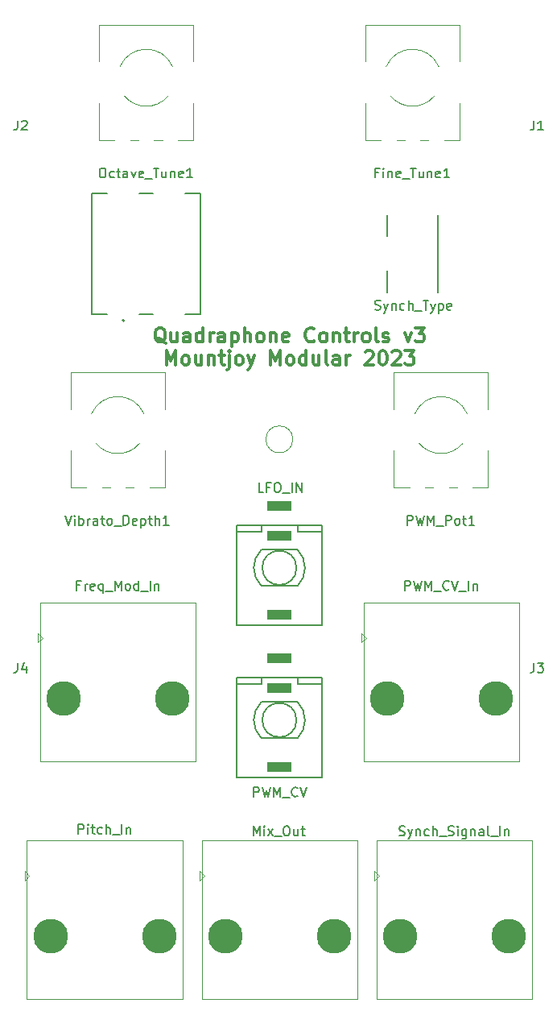
<source format=gbr>
%TF.GenerationSoftware,KiCad,Pcbnew,(6.0.11)*%
%TF.CreationDate,2023-03-29T16:05:19+01:00*%
%TF.ProjectId,Quadraphone_Controls,51756164-7261-4706-986f-6e655f436f6e,rev?*%
%TF.SameCoordinates,Original*%
%TF.FileFunction,Legend,Top*%
%TF.FilePolarity,Positive*%
%FSLAX46Y46*%
G04 Gerber Fmt 4.6, Leading zero omitted, Abs format (unit mm)*
G04 Created by KiCad (PCBNEW (6.0.11)) date 2023-03-29 16:05:19*
%MOMM*%
%LPD*%
G01*
G04 APERTURE LIST*
%ADD10C,0.150000*%
%ADD11C,0.300000*%
%ADD12C,0.120000*%
%ADD13C,0.127000*%
%ADD14C,0.200000*%
%ADD15C,3.650000*%
%ADD16R,2.500000X1.000000*%
G04 APERTURE END LIST*
D10*
X106766666Y-59502380D02*
X106766666Y-60216666D01*
X106719047Y-60359523D01*
X106623809Y-60454761D01*
X106480952Y-60502380D01*
X106385714Y-60502380D01*
X107766666Y-60502380D02*
X107195238Y-60502380D01*
X107480952Y-60502380D02*
X107480952Y-59502380D01*
X107385714Y-59645238D01*
X107290476Y-59740476D01*
X107195238Y-59788095D01*
D11*
X68028571Y-82913928D02*
X67885714Y-82842500D01*
X67742857Y-82699642D01*
X67528571Y-82485357D01*
X67385714Y-82413928D01*
X67242857Y-82413928D01*
X67314285Y-82771071D02*
X67171428Y-82699642D01*
X67028571Y-82556785D01*
X66957142Y-82271071D01*
X66957142Y-81771071D01*
X67028571Y-81485357D01*
X67171428Y-81342500D01*
X67314285Y-81271071D01*
X67600000Y-81271071D01*
X67742857Y-81342500D01*
X67885714Y-81485357D01*
X67957142Y-81771071D01*
X67957142Y-82271071D01*
X67885714Y-82556785D01*
X67742857Y-82699642D01*
X67600000Y-82771071D01*
X67314285Y-82771071D01*
X69242857Y-81771071D02*
X69242857Y-82771071D01*
X68600000Y-81771071D02*
X68600000Y-82556785D01*
X68671428Y-82699642D01*
X68814285Y-82771071D01*
X69028571Y-82771071D01*
X69171428Y-82699642D01*
X69242857Y-82628214D01*
X70600000Y-82771071D02*
X70600000Y-81985357D01*
X70528571Y-81842500D01*
X70385714Y-81771071D01*
X70100000Y-81771071D01*
X69957142Y-81842500D01*
X70600000Y-82699642D02*
X70457142Y-82771071D01*
X70100000Y-82771071D01*
X69957142Y-82699642D01*
X69885714Y-82556785D01*
X69885714Y-82413928D01*
X69957142Y-82271071D01*
X70100000Y-82199642D01*
X70457142Y-82199642D01*
X70600000Y-82128214D01*
X71957142Y-82771071D02*
X71957142Y-81271071D01*
X71957142Y-82699642D02*
X71814285Y-82771071D01*
X71528571Y-82771071D01*
X71385714Y-82699642D01*
X71314285Y-82628214D01*
X71242857Y-82485357D01*
X71242857Y-82056785D01*
X71314285Y-81913928D01*
X71385714Y-81842500D01*
X71528571Y-81771071D01*
X71814285Y-81771071D01*
X71957142Y-81842500D01*
X72671428Y-82771071D02*
X72671428Y-81771071D01*
X72671428Y-82056785D02*
X72742857Y-81913928D01*
X72814285Y-81842500D01*
X72957142Y-81771071D01*
X73100000Y-81771071D01*
X74242857Y-82771071D02*
X74242857Y-81985357D01*
X74171428Y-81842500D01*
X74028571Y-81771071D01*
X73742857Y-81771071D01*
X73600000Y-81842500D01*
X74242857Y-82699642D02*
X74100000Y-82771071D01*
X73742857Y-82771071D01*
X73600000Y-82699642D01*
X73528571Y-82556785D01*
X73528571Y-82413928D01*
X73600000Y-82271071D01*
X73742857Y-82199642D01*
X74100000Y-82199642D01*
X74242857Y-82128214D01*
X74957142Y-81771071D02*
X74957142Y-83271071D01*
X74957142Y-81842500D02*
X75100000Y-81771071D01*
X75385714Y-81771071D01*
X75528571Y-81842500D01*
X75600000Y-81913928D01*
X75671428Y-82056785D01*
X75671428Y-82485357D01*
X75600000Y-82628214D01*
X75528571Y-82699642D01*
X75385714Y-82771071D01*
X75100000Y-82771071D01*
X74957142Y-82699642D01*
X76314285Y-82771071D02*
X76314285Y-81271071D01*
X76957142Y-82771071D02*
X76957142Y-81985357D01*
X76885714Y-81842500D01*
X76742857Y-81771071D01*
X76528571Y-81771071D01*
X76385714Y-81842500D01*
X76314285Y-81913928D01*
X77885714Y-82771071D02*
X77742857Y-82699642D01*
X77671428Y-82628214D01*
X77600000Y-82485357D01*
X77600000Y-82056785D01*
X77671428Y-81913928D01*
X77742857Y-81842500D01*
X77885714Y-81771071D01*
X78100000Y-81771071D01*
X78242857Y-81842500D01*
X78314285Y-81913928D01*
X78385714Y-82056785D01*
X78385714Y-82485357D01*
X78314285Y-82628214D01*
X78242857Y-82699642D01*
X78100000Y-82771071D01*
X77885714Y-82771071D01*
X79028571Y-81771071D02*
X79028571Y-82771071D01*
X79028571Y-81913928D02*
X79100000Y-81842500D01*
X79242857Y-81771071D01*
X79457142Y-81771071D01*
X79600000Y-81842500D01*
X79671428Y-81985357D01*
X79671428Y-82771071D01*
X80957142Y-82699642D02*
X80814285Y-82771071D01*
X80528571Y-82771071D01*
X80385714Y-82699642D01*
X80314285Y-82556785D01*
X80314285Y-81985357D01*
X80385714Y-81842500D01*
X80528571Y-81771071D01*
X80814285Y-81771071D01*
X80957142Y-81842500D01*
X81028571Y-81985357D01*
X81028571Y-82128214D01*
X80314285Y-82271071D01*
X83671428Y-82628214D02*
X83600000Y-82699642D01*
X83385714Y-82771071D01*
X83242857Y-82771071D01*
X83028571Y-82699642D01*
X82885714Y-82556785D01*
X82814285Y-82413928D01*
X82742857Y-82128214D01*
X82742857Y-81913928D01*
X82814285Y-81628214D01*
X82885714Y-81485357D01*
X83028571Y-81342500D01*
X83242857Y-81271071D01*
X83385714Y-81271071D01*
X83600000Y-81342500D01*
X83671428Y-81413928D01*
X84528571Y-82771071D02*
X84385714Y-82699642D01*
X84314285Y-82628214D01*
X84242857Y-82485357D01*
X84242857Y-82056785D01*
X84314285Y-81913928D01*
X84385714Y-81842500D01*
X84528571Y-81771071D01*
X84742857Y-81771071D01*
X84885714Y-81842500D01*
X84957142Y-81913928D01*
X85028571Y-82056785D01*
X85028571Y-82485357D01*
X84957142Y-82628214D01*
X84885714Y-82699642D01*
X84742857Y-82771071D01*
X84528571Y-82771071D01*
X85671428Y-81771071D02*
X85671428Y-82771071D01*
X85671428Y-81913928D02*
X85742857Y-81842500D01*
X85885714Y-81771071D01*
X86100000Y-81771071D01*
X86242857Y-81842500D01*
X86314285Y-81985357D01*
X86314285Y-82771071D01*
X86814285Y-81771071D02*
X87385714Y-81771071D01*
X87028571Y-81271071D02*
X87028571Y-82556785D01*
X87100000Y-82699642D01*
X87242857Y-82771071D01*
X87385714Y-82771071D01*
X87885714Y-82771071D02*
X87885714Y-81771071D01*
X87885714Y-82056785D02*
X87957142Y-81913928D01*
X88028571Y-81842500D01*
X88171428Y-81771071D01*
X88314285Y-81771071D01*
X89028571Y-82771071D02*
X88885714Y-82699642D01*
X88814285Y-82628214D01*
X88742857Y-82485357D01*
X88742857Y-82056785D01*
X88814285Y-81913928D01*
X88885714Y-81842500D01*
X89028571Y-81771071D01*
X89242857Y-81771071D01*
X89385714Y-81842500D01*
X89457142Y-81913928D01*
X89528571Y-82056785D01*
X89528571Y-82485357D01*
X89457142Y-82628214D01*
X89385714Y-82699642D01*
X89242857Y-82771071D01*
X89028571Y-82771071D01*
X90385714Y-82771071D02*
X90242857Y-82699642D01*
X90171428Y-82556785D01*
X90171428Y-81271071D01*
X90885714Y-82699642D02*
X91028571Y-82771071D01*
X91314285Y-82771071D01*
X91457142Y-82699642D01*
X91528571Y-82556785D01*
X91528571Y-82485357D01*
X91457142Y-82342500D01*
X91314285Y-82271071D01*
X91100000Y-82271071D01*
X90957142Y-82199642D01*
X90885714Y-82056785D01*
X90885714Y-81985357D01*
X90957142Y-81842500D01*
X91100000Y-81771071D01*
X91314285Y-81771071D01*
X91457142Y-81842500D01*
X93171428Y-81771071D02*
X93528571Y-82771071D01*
X93885714Y-81771071D01*
X94314285Y-81271071D02*
X95242857Y-81271071D01*
X94742857Y-81842500D01*
X94957142Y-81842500D01*
X95100000Y-81913928D01*
X95171428Y-81985357D01*
X95242857Y-82128214D01*
X95242857Y-82485357D01*
X95171428Y-82628214D01*
X95100000Y-82699642D01*
X94957142Y-82771071D01*
X94528571Y-82771071D01*
X94385714Y-82699642D01*
X94314285Y-82628214D01*
X68099999Y-85186071D02*
X68099999Y-83686071D01*
X68599999Y-84757500D01*
X69099999Y-83686071D01*
X69099999Y-85186071D01*
X70028571Y-85186071D02*
X69885714Y-85114642D01*
X69814285Y-85043214D01*
X69742857Y-84900357D01*
X69742857Y-84471785D01*
X69814285Y-84328928D01*
X69885714Y-84257500D01*
X70028571Y-84186071D01*
X70242857Y-84186071D01*
X70385714Y-84257500D01*
X70457142Y-84328928D01*
X70528571Y-84471785D01*
X70528571Y-84900357D01*
X70457142Y-85043214D01*
X70385714Y-85114642D01*
X70242857Y-85186071D01*
X70028571Y-85186071D01*
X71814285Y-84186071D02*
X71814285Y-85186071D01*
X71171428Y-84186071D02*
X71171428Y-84971785D01*
X71242857Y-85114642D01*
X71385714Y-85186071D01*
X71599999Y-85186071D01*
X71742857Y-85114642D01*
X71814285Y-85043214D01*
X72528571Y-84186071D02*
X72528571Y-85186071D01*
X72528571Y-84328928D02*
X72599999Y-84257500D01*
X72742857Y-84186071D01*
X72957142Y-84186071D01*
X73099999Y-84257500D01*
X73171428Y-84400357D01*
X73171428Y-85186071D01*
X73671428Y-84186071D02*
X74242857Y-84186071D01*
X73885714Y-83686071D02*
X73885714Y-84971785D01*
X73957142Y-85114642D01*
X74099999Y-85186071D01*
X74242857Y-85186071D01*
X74742857Y-84186071D02*
X74742857Y-85471785D01*
X74671428Y-85614642D01*
X74528571Y-85686071D01*
X74457142Y-85686071D01*
X74742857Y-83686071D02*
X74671428Y-83757500D01*
X74742857Y-83828928D01*
X74814285Y-83757500D01*
X74742857Y-83686071D01*
X74742857Y-83828928D01*
X75671428Y-85186071D02*
X75528571Y-85114642D01*
X75457142Y-85043214D01*
X75385714Y-84900357D01*
X75385714Y-84471785D01*
X75457142Y-84328928D01*
X75528571Y-84257500D01*
X75671428Y-84186071D01*
X75885714Y-84186071D01*
X76028571Y-84257500D01*
X76099999Y-84328928D01*
X76171428Y-84471785D01*
X76171428Y-84900357D01*
X76099999Y-85043214D01*
X76028571Y-85114642D01*
X75885714Y-85186071D01*
X75671428Y-85186071D01*
X76671428Y-84186071D02*
X77028571Y-85186071D01*
X77385714Y-84186071D02*
X77028571Y-85186071D01*
X76885714Y-85543214D01*
X76814285Y-85614642D01*
X76671428Y-85686071D01*
X79099999Y-85186071D02*
X79099999Y-83686071D01*
X79599999Y-84757500D01*
X80099999Y-83686071D01*
X80099999Y-85186071D01*
X81028571Y-85186071D02*
X80885714Y-85114642D01*
X80814285Y-85043214D01*
X80742857Y-84900357D01*
X80742857Y-84471785D01*
X80814285Y-84328928D01*
X80885714Y-84257500D01*
X81028571Y-84186071D01*
X81242857Y-84186071D01*
X81385714Y-84257500D01*
X81457142Y-84328928D01*
X81528571Y-84471785D01*
X81528571Y-84900357D01*
X81457142Y-85043214D01*
X81385714Y-85114642D01*
X81242857Y-85186071D01*
X81028571Y-85186071D01*
X82814285Y-85186071D02*
X82814285Y-83686071D01*
X82814285Y-85114642D02*
X82671428Y-85186071D01*
X82385714Y-85186071D01*
X82242857Y-85114642D01*
X82171428Y-85043214D01*
X82099999Y-84900357D01*
X82099999Y-84471785D01*
X82171428Y-84328928D01*
X82242857Y-84257500D01*
X82385714Y-84186071D01*
X82671428Y-84186071D01*
X82814285Y-84257500D01*
X84171428Y-84186071D02*
X84171428Y-85186071D01*
X83528571Y-84186071D02*
X83528571Y-84971785D01*
X83599999Y-85114642D01*
X83742857Y-85186071D01*
X83957142Y-85186071D01*
X84099999Y-85114642D01*
X84171428Y-85043214D01*
X85099999Y-85186071D02*
X84957142Y-85114642D01*
X84885714Y-84971785D01*
X84885714Y-83686071D01*
X86314285Y-85186071D02*
X86314285Y-84400357D01*
X86242857Y-84257500D01*
X86100000Y-84186071D01*
X85814285Y-84186071D01*
X85671428Y-84257500D01*
X86314285Y-85114642D02*
X86171428Y-85186071D01*
X85814285Y-85186071D01*
X85671428Y-85114642D01*
X85600000Y-84971785D01*
X85600000Y-84828928D01*
X85671428Y-84686071D01*
X85814285Y-84614642D01*
X86171428Y-84614642D01*
X86314285Y-84543214D01*
X87028571Y-85186071D02*
X87028571Y-84186071D01*
X87028571Y-84471785D02*
X87100000Y-84328928D01*
X87171428Y-84257500D01*
X87314285Y-84186071D01*
X87457142Y-84186071D01*
X89028571Y-83828928D02*
X89100000Y-83757500D01*
X89242857Y-83686071D01*
X89600000Y-83686071D01*
X89742857Y-83757500D01*
X89814285Y-83828928D01*
X89885714Y-83971785D01*
X89885714Y-84114642D01*
X89814285Y-84328928D01*
X88957142Y-85186071D01*
X89885714Y-85186071D01*
X90814285Y-83686071D02*
X90957142Y-83686071D01*
X91100000Y-83757500D01*
X91171428Y-83828928D01*
X91242857Y-83971785D01*
X91314285Y-84257500D01*
X91314285Y-84614642D01*
X91242857Y-84900357D01*
X91171428Y-85043214D01*
X91100000Y-85114642D01*
X90957142Y-85186071D01*
X90814285Y-85186071D01*
X90671428Y-85114642D01*
X90600000Y-85043214D01*
X90528571Y-84900357D01*
X90457142Y-84614642D01*
X90457142Y-84257500D01*
X90528571Y-83971785D01*
X90600000Y-83828928D01*
X90671428Y-83757500D01*
X90814285Y-83686071D01*
X91885714Y-83828928D02*
X91957142Y-83757500D01*
X92100000Y-83686071D01*
X92457142Y-83686071D01*
X92600000Y-83757500D01*
X92671428Y-83828928D01*
X92742857Y-83971785D01*
X92742857Y-84114642D01*
X92671428Y-84328928D01*
X91814285Y-85186071D01*
X92742857Y-85186071D01*
X93242857Y-83686071D02*
X94171428Y-83686071D01*
X93671428Y-84257500D01*
X93885714Y-84257500D01*
X94028571Y-84328928D01*
X94100000Y-84400357D01*
X94171428Y-84543214D01*
X94171428Y-84900357D01*
X94100000Y-85043214D01*
X94028571Y-85114642D01*
X93885714Y-85186071D01*
X93457142Y-85186071D01*
X93314285Y-85114642D01*
X93242857Y-85043214D01*
D10*
X52466666Y-116502380D02*
X52466666Y-117216666D01*
X52419047Y-117359523D01*
X52323809Y-117454761D01*
X52180952Y-117502380D01*
X52085714Y-117502380D01*
X53371428Y-116835714D02*
X53371428Y-117502380D01*
X53133333Y-116454761D02*
X52895238Y-117169047D01*
X53514285Y-117169047D01*
X106766666Y-116502380D02*
X106766666Y-117216666D01*
X106719047Y-117359523D01*
X106623809Y-117454761D01*
X106480952Y-117502380D01*
X106385714Y-117502380D01*
X107147619Y-116502380D02*
X107766666Y-116502380D01*
X107433333Y-116883333D01*
X107576190Y-116883333D01*
X107671428Y-116930952D01*
X107719047Y-116978571D01*
X107766666Y-117073809D01*
X107766666Y-117311904D01*
X107719047Y-117407142D01*
X107671428Y-117454761D01*
X107576190Y-117502380D01*
X107290476Y-117502380D01*
X107195238Y-117454761D01*
X107147619Y-117407142D01*
X52466666Y-59502380D02*
X52466666Y-60216666D01*
X52419047Y-60359523D01*
X52323809Y-60454761D01*
X52180952Y-60502380D01*
X52085714Y-60502380D01*
X52895238Y-59597619D02*
X52942857Y-59550000D01*
X53038095Y-59502380D01*
X53276190Y-59502380D01*
X53371428Y-59550000D01*
X53419047Y-59597619D01*
X53466666Y-59692857D01*
X53466666Y-59788095D01*
X53419047Y-59930952D01*
X52847619Y-60502380D01*
X53466666Y-60502380D01*
%TO.C,J7*%
X93214285Y-108852380D02*
X93214285Y-107852380D01*
X93595238Y-107852380D01*
X93690476Y-107900000D01*
X93738095Y-107947619D01*
X93785714Y-108042857D01*
X93785714Y-108185714D01*
X93738095Y-108280952D01*
X93690476Y-108328571D01*
X93595238Y-108376190D01*
X93214285Y-108376190D01*
X94119047Y-107852380D02*
X94357142Y-108852380D01*
X94547619Y-108138095D01*
X94738095Y-108852380D01*
X94976190Y-107852380D01*
X95357142Y-108852380D02*
X95357142Y-107852380D01*
X95690476Y-108566666D01*
X96023809Y-107852380D01*
X96023809Y-108852380D01*
X96261904Y-108947619D02*
X97023809Y-108947619D01*
X97833333Y-108757142D02*
X97785714Y-108804761D01*
X97642857Y-108852380D01*
X97547619Y-108852380D01*
X97404761Y-108804761D01*
X97309523Y-108709523D01*
X97261904Y-108614285D01*
X97214285Y-108423809D01*
X97214285Y-108280952D01*
X97261904Y-108090476D01*
X97309523Y-107995238D01*
X97404761Y-107900000D01*
X97547619Y-107852380D01*
X97642857Y-107852380D01*
X97785714Y-107900000D01*
X97833333Y-107947619D01*
X98119047Y-107852380D02*
X98452380Y-108852380D01*
X98785714Y-107852380D01*
X98880952Y-108947619D02*
X99642857Y-108947619D01*
X99880952Y-108852380D02*
X99880952Y-107852380D01*
X100357142Y-108185714D02*
X100357142Y-108852380D01*
X100357142Y-108280952D02*
X100404761Y-108233333D01*
X100500000Y-108185714D01*
X100642857Y-108185714D01*
X100738095Y-108233333D01*
X100785714Y-108328571D01*
X100785714Y-108852380D01*
%TO.C,Fine_Tune1*%
X90412380Y-64968571D02*
X90079047Y-64968571D01*
X90079047Y-65492380D02*
X90079047Y-64492380D01*
X90555238Y-64492380D01*
X90936190Y-65492380D02*
X90936190Y-64825714D01*
X90936190Y-64492380D02*
X90888571Y-64540000D01*
X90936190Y-64587619D01*
X90983809Y-64540000D01*
X90936190Y-64492380D01*
X90936190Y-64587619D01*
X91412380Y-64825714D02*
X91412380Y-65492380D01*
X91412380Y-64920952D02*
X91460000Y-64873333D01*
X91555238Y-64825714D01*
X91698095Y-64825714D01*
X91793333Y-64873333D01*
X91840952Y-64968571D01*
X91840952Y-65492380D01*
X92698095Y-65444761D02*
X92602857Y-65492380D01*
X92412380Y-65492380D01*
X92317142Y-65444761D01*
X92269523Y-65349523D01*
X92269523Y-64968571D01*
X92317142Y-64873333D01*
X92412380Y-64825714D01*
X92602857Y-64825714D01*
X92698095Y-64873333D01*
X92745714Y-64968571D01*
X92745714Y-65063809D01*
X92269523Y-65159047D01*
X92936190Y-65587619D02*
X93698095Y-65587619D01*
X93793333Y-64492380D02*
X94364761Y-64492380D01*
X94079047Y-65492380D02*
X94079047Y-64492380D01*
X95126666Y-64825714D02*
X95126666Y-65492380D01*
X94698095Y-64825714D02*
X94698095Y-65349523D01*
X94745714Y-65444761D01*
X94840952Y-65492380D01*
X94983809Y-65492380D01*
X95079047Y-65444761D01*
X95126666Y-65397142D01*
X95602857Y-64825714D02*
X95602857Y-65492380D01*
X95602857Y-64920952D02*
X95650476Y-64873333D01*
X95745714Y-64825714D01*
X95888571Y-64825714D01*
X95983809Y-64873333D01*
X96031428Y-64968571D01*
X96031428Y-65492380D01*
X96888571Y-65444761D02*
X96793333Y-65492380D01*
X96602857Y-65492380D01*
X96507619Y-65444761D01*
X96460000Y-65349523D01*
X96460000Y-64968571D01*
X96507619Y-64873333D01*
X96602857Y-64825714D01*
X96793333Y-64825714D01*
X96888571Y-64873333D01*
X96936190Y-64968571D01*
X96936190Y-65063809D01*
X96460000Y-65159047D01*
X97888571Y-65492380D02*
X97317142Y-65492380D01*
X97602857Y-65492380D02*
X97602857Y-64492380D01*
X97507619Y-64635238D01*
X97412380Y-64730476D01*
X97317142Y-64778095D01*
%TO.C,J9*%
X59023809Y-108328571D02*
X58690476Y-108328571D01*
X58690476Y-108852380D02*
X58690476Y-107852380D01*
X59166666Y-107852380D01*
X59547619Y-108852380D02*
X59547619Y-108185714D01*
X59547619Y-108376190D02*
X59595238Y-108280952D01*
X59642857Y-108233333D01*
X59738095Y-108185714D01*
X59833333Y-108185714D01*
X60547619Y-108804761D02*
X60452380Y-108852380D01*
X60261904Y-108852380D01*
X60166666Y-108804761D01*
X60119047Y-108709523D01*
X60119047Y-108328571D01*
X60166666Y-108233333D01*
X60261904Y-108185714D01*
X60452380Y-108185714D01*
X60547619Y-108233333D01*
X60595238Y-108328571D01*
X60595238Y-108423809D01*
X60119047Y-108519047D01*
X61452380Y-108185714D02*
X61452380Y-109185714D01*
X61452380Y-108804761D02*
X61357142Y-108852380D01*
X61166666Y-108852380D01*
X61071428Y-108804761D01*
X61023809Y-108757142D01*
X60976190Y-108661904D01*
X60976190Y-108376190D01*
X61023809Y-108280952D01*
X61071428Y-108233333D01*
X61166666Y-108185714D01*
X61357142Y-108185714D01*
X61452380Y-108233333D01*
X61690476Y-108947619D02*
X62452380Y-108947619D01*
X62690476Y-108852380D02*
X62690476Y-107852380D01*
X63023809Y-108566666D01*
X63357142Y-107852380D01*
X63357142Y-108852380D01*
X63976190Y-108852380D02*
X63880952Y-108804761D01*
X63833333Y-108757142D01*
X63785714Y-108661904D01*
X63785714Y-108376190D01*
X63833333Y-108280952D01*
X63880952Y-108233333D01*
X63976190Y-108185714D01*
X64119047Y-108185714D01*
X64214285Y-108233333D01*
X64261904Y-108280952D01*
X64309523Y-108376190D01*
X64309523Y-108661904D01*
X64261904Y-108757142D01*
X64214285Y-108804761D01*
X64119047Y-108852380D01*
X63976190Y-108852380D01*
X65166666Y-108852380D02*
X65166666Y-107852380D01*
X65166666Y-108804761D02*
X65071428Y-108852380D01*
X64880952Y-108852380D01*
X64785714Y-108804761D01*
X64738095Y-108757142D01*
X64690476Y-108661904D01*
X64690476Y-108376190D01*
X64738095Y-108280952D01*
X64785714Y-108233333D01*
X64880952Y-108185714D01*
X65071428Y-108185714D01*
X65166666Y-108233333D01*
X65404761Y-108947619D02*
X66166666Y-108947619D01*
X66404761Y-108852380D02*
X66404761Y-107852380D01*
X66880952Y-108185714D02*
X66880952Y-108852380D01*
X66880952Y-108280952D02*
X66928571Y-108233333D01*
X67023809Y-108185714D01*
X67166666Y-108185714D01*
X67261904Y-108233333D01*
X67309523Y-108328571D01*
X67309523Y-108852380D01*
%TO.C,Octave_Tune1*%
X61317142Y-64492380D02*
X61507619Y-64492380D01*
X61602857Y-64540000D01*
X61698095Y-64635238D01*
X61745714Y-64825714D01*
X61745714Y-65159047D01*
X61698095Y-65349523D01*
X61602857Y-65444761D01*
X61507619Y-65492380D01*
X61317142Y-65492380D01*
X61221904Y-65444761D01*
X61126666Y-65349523D01*
X61079047Y-65159047D01*
X61079047Y-64825714D01*
X61126666Y-64635238D01*
X61221904Y-64540000D01*
X61317142Y-64492380D01*
X62602857Y-65444761D02*
X62507619Y-65492380D01*
X62317142Y-65492380D01*
X62221904Y-65444761D01*
X62174285Y-65397142D01*
X62126666Y-65301904D01*
X62126666Y-65016190D01*
X62174285Y-64920952D01*
X62221904Y-64873333D01*
X62317142Y-64825714D01*
X62507619Y-64825714D01*
X62602857Y-64873333D01*
X62888571Y-64825714D02*
X63269523Y-64825714D01*
X63031428Y-64492380D02*
X63031428Y-65349523D01*
X63079047Y-65444761D01*
X63174285Y-65492380D01*
X63269523Y-65492380D01*
X64031428Y-65492380D02*
X64031428Y-64968571D01*
X63983809Y-64873333D01*
X63888571Y-64825714D01*
X63698095Y-64825714D01*
X63602857Y-64873333D01*
X64031428Y-65444761D02*
X63936190Y-65492380D01*
X63698095Y-65492380D01*
X63602857Y-65444761D01*
X63555238Y-65349523D01*
X63555238Y-65254285D01*
X63602857Y-65159047D01*
X63698095Y-65111428D01*
X63936190Y-65111428D01*
X64031428Y-65063809D01*
X64412380Y-64825714D02*
X64650476Y-65492380D01*
X64888571Y-64825714D01*
X65650476Y-65444761D02*
X65555238Y-65492380D01*
X65364761Y-65492380D01*
X65269523Y-65444761D01*
X65221904Y-65349523D01*
X65221904Y-64968571D01*
X65269523Y-64873333D01*
X65364761Y-64825714D01*
X65555238Y-64825714D01*
X65650476Y-64873333D01*
X65698095Y-64968571D01*
X65698095Y-65063809D01*
X65221904Y-65159047D01*
X65888571Y-65587619D02*
X66650476Y-65587619D01*
X66745714Y-64492380D02*
X67317142Y-64492380D01*
X67031428Y-65492380D02*
X67031428Y-64492380D01*
X68079047Y-64825714D02*
X68079047Y-65492380D01*
X67650476Y-64825714D02*
X67650476Y-65349523D01*
X67698095Y-65444761D01*
X67793333Y-65492380D01*
X67936190Y-65492380D01*
X68031428Y-65444761D01*
X68079047Y-65397142D01*
X68555238Y-64825714D02*
X68555238Y-65492380D01*
X68555238Y-64920952D02*
X68602857Y-64873333D01*
X68698095Y-64825714D01*
X68840952Y-64825714D01*
X68936190Y-64873333D01*
X68983809Y-64968571D01*
X68983809Y-65492380D01*
X69840952Y-65444761D02*
X69745714Y-65492380D01*
X69555238Y-65492380D01*
X69460000Y-65444761D01*
X69412380Y-65349523D01*
X69412380Y-64968571D01*
X69460000Y-64873333D01*
X69555238Y-64825714D01*
X69745714Y-64825714D01*
X69840952Y-64873333D01*
X69888571Y-64968571D01*
X69888571Y-65063809D01*
X69412380Y-65159047D01*
X70840952Y-65492380D02*
X70269523Y-65492380D01*
X70555238Y-65492380D02*
X70555238Y-64492380D01*
X70460000Y-64635238D01*
X70364761Y-64730476D01*
X70269523Y-64778095D01*
%TO.C,J8*%
X92614285Y-134604761D02*
X92757142Y-134652380D01*
X92995238Y-134652380D01*
X93090476Y-134604761D01*
X93138095Y-134557142D01*
X93185714Y-134461904D01*
X93185714Y-134366666D01*
X93138095Y-134271428D01*
X93090476Y-134223809D01*
X92995238Y-134176190D01*
X92804761Y-134128571D01*
X92709523Y-134080952D01*
X92661904Y-134033333D01*
X92614285Y-133938095D01*
X92614285Y-133842857D01*
X92661904Y-133747619D01*
X92709523Y-133700000D01*
X92804761Y-133652380D01*
X93042857Y-133652380D01*
X93185714Y-133700000D01*
X93519047Y-133985714D02*
X93757142Y-134652380D01*
X93995238Y-133985714D02*
X93757142Y-134652380D01*
X93661904Y-134890476D01*
X93614285Y-134938095D01*
X93519047Y-134985714D01*
X94376190Y-133985714D02*
X94376190Y-134652380D01*
X94376190Y-134080952D02*
X94423809Y-134033333D01*
X94519047Y-133985714D01*
X94661904Y-133985714D01*
X94757142Y-134033333D01*
X94804761Y-134128571D01*
X94804761Y-134652380D01*
X95709523Y-134604761D02*
X95614285Y-134652380D01*
X95423809Y-134652380D01*
X95328571Y-134604761D01*
X95280952Y-134557142D01*
X95233333Y-134461904D01*
X95233333Y-134176190D01*
X95280952Y-134080952D01*
X95328571Y-134033333D01*
X95423809Y-133985714D01*
X95614285Y-133985714D01*
X95709523Y-134033333D01*
X96138095Y-134652380D02*
X96138095Y-133652380D01*
X96566666Y-134652380D02*
X96566666Y-134128571D01*
X96519047Y-134033333D01*
X96423809Y-133985714D01*
X96280952Y-133985714D01*
X96185714Y-134033333D01*
X96138095Y-134080952D01*
X96804761Y-134747619D02*
X97566666Y-134747619D01*
X97757142Y-134604761D02*
X97900000Y-134652380D01*
X98138095Y-134652380D01*
X98233333Y-134604761D01*
X98280952Y-134557142D01*
X98328571Y-134461904D01*
X98328571Y-134366666D01*
X98280952Y-134271428D01*
X98233333Y-134223809D01*
X98138095Y-134176190D01*
X97947619Y-134128571D01*
X97852380Y-134080952D01*
X97804761Y-134033333D01*
X97757142Y-133938095D01*
X97757142Y-133842857D01*
X97804761Y-133747619D01*
X97852380Y-133700000D01*
X97947619Y-133652380D01*
X98185714Y-133652380D01*
X98328571Y-133700000D01*
X98757142Y-134652380D02*
X98757142Y-133985714D01*
X98757142Y-133652380D02*
X98709523Y-133700000D01*
X98757142Y-133747619D01*
X98804761Y-133700000D01*
X98757142Y-133652380D01*
X98757142Y-133747619D01*
X99661904Y-133985714D02*
X99661904Y-134795238D01*
X99614285Y-134890476D01*
X99566666Y-134938095D01*
X99471428Y-134985714D01*
X99328571Y-134985714D01*
X99233333Y-134938095D01*
X99661904Y-134604761D02*
X99566666Y-134652380D01*
X99376190Y-134652380D01*
X99280952Y-134604761D01*
X99233333Y-134557142D01*
X99185714Y-134461904D01*
X99185714Y-134176190D01*
X99233333Y-134080952D01*
X99280952Y-134033333D01*
X99376190Y-133985714D01*
X99566666Y-133985714D01*
X99661904Y-134033333D01*
X100138095Y-133985714D02*
X100138095Y-134652380D01*
X100138095Y-134080952D02*
X100185714Y-134033333D01*
X100280952Y-133985714D01*
X100423809Y-133985714D01*
X100519047Y-134033333D01*
X100566666Y-134128571D01*
X100566666Y-134652380D01*
X101471428Y-134652380D02*
X101471428Y-134128571D01*
X101423809Y-134033333D01*
X101328571Y-133985714D01*
X101138095Y-133985714D01*
X101042857Y-134033333D01*
X101471428Y-134604761D02*
X101376190Y-134652380D01*
X101138095Y-134652380D01*
X101042857Y-134604761D01*
X100995238Y-134509523D01*
X100995238Y-134414285D01*
X101042857Y-134319047D01*
X101138095Y-134271428D01*
X101376190Y-134271428D01*
X101471428Y-134223809D01*
X102090476Y-134652380D02*
X101995238Y-134604761D01*
X101947619Y-134509523D01*
X101947619Y-133652380D01*
X102233333Y-134747619D02*
X102995238Y-134747619D01*
X103233333Y-134652380D02*
X103233333Y-133652380D01*
X103709523Y-133985714D02*
X103709523Y-134652380D01*
X103709523Y-134080952D02*
X103757142Y-134033333D01*
X103852380Y-133985714D01*
X103995238Y-133985714D01*
X104090476Y-134033333D01*
X104138095Y-134128571D01*
X104138095Y-134652380D01*
%TO.C,SW1*%
X90060190Y-79350861D02*
X90203047Y-79398480D01*
X90441142Y-79398480D01*
X90536380Y-79350861D01*
X90584000Y-79303242D01*
X90631619Y-79208004D01*
X90631619Y-79112766D01*
X90584000Y-79017528D01*
X90536380Y-78969909D01*
X90441142Y-78922290D01*
X90250666Y-78874671D01*
X90155428Y-78827052D01*
X90107809Y-78779433D01*
X90060190Y-78684195D01*
X90060190Y-78588957D01*
X90107809Y-78493719D01*
X90155428Y-78446100D01*
X90250666Y-78398480D01*
X90488761Y-78398480D01*
X90631619Y-78446100D01*
X90964952Y-78731814D02*
X91203047Y-79398480D01*
X91441142Y-78731814D02*
X91203047Y-79398480D01*
X91107809Y-79636576D01*
X91060190Y-79684195D01*
X90964952Y-79731814D01*
X91822095Y-78731814D02*
X91822095Y-79398480D01*
X91822095Y-78827052D02*
X91869714Y-78779433D01*
X91964952Y-78731814D01*
X92107809Y-78731814D01*
X92203047Y-78779433D01*
X92250666Y-78874671D01*
X92250666Y-79398480D01*
X93155428Y-79350861D02*
X93060190Y-79398480D01*
X92869714Y-79398480D01*
X92774476Y-79350861D01*
X92726857Y-79303242D01*
X92679238Y-79208004D01*
X92679238Y-78922290D01*
X92726857Y-78827052D01*
X92774476Y-78779433D01*
X92869714Y-78731814D01*
X93060190Y-78731814D01*
X93155428Y-78779433D01*
X93584000Y-79398480D02*
X93584000Y-78398480D01*
X94012571Y-79398480D02*
X94012571Y-78874671D01*
X93964952Y-78779433D01*
X93869714Y-78731814D01*
X93726857Y-78731814D01*
X93631619Y-78779433D01*
X93584000Y-78827052D01*
X94250666Y-79493719D02*
X95012571Y-79493719D01*
X95107809Y-78398480D02*
X95679238Y-78398480D01*
X95393523Y-79398480D02*
X95393523Y-78398480D01*
X95917333Y-78731814D02*
X96155428Y-79398480D01*
X96393523Y-78731814D02*
X96155428Y-79398480D01*
X96060190Y-79636576D01*
X96012571Y-79684195D01*
X95917333Y-79731814D01*
X96774476Y-78731814D02*
X96774476Y-79731814D01*
X96774476Y-78779433D02*
X96869714Y-78731814D01*
X97060190Y-78731814D01*
X97155428Y-78779433D01*
X97203047Y-78827052D01*
X97250666Y-78922290D01*
X97250666Y-79208004D01*
X97203047Y-79303242D01*
X97155428Y-79350861D01*
X97060190Y-79398480D01*
X96869714Y-79398480D01*
X96774476Y-79350861D01*
X98060190Y-79350861D02*
X97964952Y-79398480D01*
X97774476Y-79398480D01*
X97679238Y-79350861D01*
X97631619Y-79255623D01*
X97631619Y-78874671D01*
X97679238Y-78779433D01*
X97774476Y-78731814D01*
X97964952Y-78731814D01*
X98060190Y-78779433D01*
X98107809Y-78874671D01*
X98107809Y-78969909D01*
X97631619Y-79065147D01*
%TO.C,Vibrato_Depth1*%
X57460000Y-100992380D02*
X57793333Y-101992380D01*
X58126666Y-100992380D01*
X58460000Y-101992380D02*
X58460000Y-101325714D01*
X58460000Y-100992380D02*
X58412380Y-101040000D01*
X58460000Y-101087619D01*
X58507619Y-101040000D01*
X58460000Y-100992380D01*
X58460000Y-101087619D01*
X58936190Y-101992380D02*
X58936190Y-100992380D01*
X58936190Y-101373333D02*
X59031428Y-101325714D01*
X59221904Y-101325714D01*
X59317142Y-101373333D01*
X59364761Y-101420952D01*
X59412380Y-101516190D01*
X59412380Y-101801904D01*
X59364761Y-101897142D01*
X59317142Y-101944761D01*
X59221904Y-101992380D01*
X59031428Y-101992380D01*
X58936190Y-101944761D01*
X59840952Y-101992380D02*
X59840952Y-101325714D01*
X59840952Y-101516190D02*
X59888571Y-101420952D01*
X59936190Y-101373333D01*
X60031428Y-101325714D01*
X60126666Y-101325714D01*
X60888571Y-101992380D02*
X60888571Y-101468571D01*
X60840952Y-101373333D01*
X60745714Y-101325714D01*
X60555238Y-101325714D01*
X60460000Y-101373333D01*
X60888571Y-101944761D02*
X60793333Y-101992380D01*
X60555238Y-101992380D01*
X60460000Y-101944761D01*
X60412380Y-101849523D01*
X60412380Y-101754285D01*
X60460000Y-101659047D01*
X60555238Y-101611428D01*
X60793333Y-101611428D01*
X60888571Y-101563809D01*
X61221904Y-101325714D02*
X61602857Y-101325714D01*
X61364761Y-100992380D02*
X61364761Y-101849523D01*
X61412380Y-101944761D01*
X61507619Y-101992380D01*
X61602857Y-101992380D01*
X62079047Y-101992380D02*
X61983809Y-101944761D01*
X61936190Y-101897142D01*
X61888571Y-101801904D01*
X61888571Y-101516190D01*
X61936190Y-101420952D01*
X61983809Y-101373333D01*
X62079047Y-101325714D01*
X62221904Y-101325714D01*
X62317142Y-101373333D01*
X62364761Y-101420952D01*
X62412380Y-101516190D01*
X62412380Y-101801904D01*
X62364761Y-101897142D01*
X62317142Y-101944761D01*
X62221904Y-101992380D01*
X62079047Y-101992380D01*
X62602857Y-102087619D02*
X63364761Y-102087619D01*
X63602857Y-101992380D02*
X63602857Y-100992380D01*
X63840952Y-100992380D01*
X63983809Y-101040000D01*
X64079047Y-101135238D01*
X64126666Y-101230476D01*
X64174285Y-101420952D01*
X64174285Y-101563809D01*
X64126666Y-101754285D01*
X64079047Y-101849523D01*
X63983809Y-101944761D01*
X63840952Y-101992380D01*
X63602857Y-101992380D01*
X64983809Y-101944761D02*
X64888571Y-101992380D01*
X64698095Y-101992380D01*
X64602857Y-101944761D01*
X64555238Y-101849523D01*
X64555238Y-101468571D01*
X64602857Y-101373333D01*
X64698095Y-101325714D01*
X64888571Y-101325714D01*
X64983809Y-101373333D01*
X65031428Y-101468571D01*
X65031428Y-101563809D01*
X64555238Y-101659047D01*
X65460000Y-101325714D02*
X65460000Y-102325714D01*
X65460000Y-101373333D02*
X65555238Y-101325714D01*
X65745714Y-101325714D01*
X65840952Y-101373333D01*
X65888571Y-101420952D01*
X65936190Y-101516190D01*
X65936190Y-101801904D01*
X65888571Y-101897142D01*
X65840952Y-101944761D01*
X65745714Y-101992380D01*
X65555238Y-101992380D01*
X65460000Y-101944761D01*
X66221904Y-101325714D02*
X66602857Y-101325714D01*
X66364761Y-100992380D02*
X66364761Y-101849523D01*
X66412380Y-101944761D01*
X66507619Y-101992380D01*
X66602857Y-101992380D01*
X66936190Y-101992380D02*
X66936190Y-100992380D01*
X67364761Y-101992380D02*
X67364761Y-101468571D01*
X67317142Y-101373333D01*
X67221904Y-101325714D01*
X67079047Y-101325714D01*
X66983809Y-101373333D01*
X66936190Y-101420952D01*
X68364761Y-101992380D02*
X67793333Y-101992380D01*
X68079047Y-101992380D02*
X68079047Y-100992380D01*
X67983809Y-101135238D01*
X67888571Y-101230476D01*
X67793333Y-101278095D01*
%TO.C,J10*%
X58861904Y-134452380D02*
X58861904Y-133452380D01*
X59242857Y-133452380D01*
X59338095Y-133500000D01*
X59385714Y-133547619D01*
X59433333Y-133642857D01*
X59433333Y-133785714D01*
X59385714Y-133880952D01*
X59338095Y-133928571D01*
X59242857Y-133976190D01*
X58861904Y-133976190D01*
X59861904Y-134452380D02*
X59861904Y-133785714D01*
X59861904Y-133452380D02*
X59814285Y-133500000D01*
X59861904Y-133547619D01*
X59909523Y-133500000D01*
X59861904Y-133452380D01*
X59861904Y-133547619D01*
X60195238Y-133785714D02*
X60576190Y-133785714D01*
X60338095Y-133452380D02*
X60338095Y-134309523D01*
X60385714Y-134404761D01*
X60480952Y-134452380D01*
X60576190Y-134452380D01*
X61338095Y-134404761D02*
X61242857Y-134452380D01*
X61052380Y-134452380D01*
X60957142Y-134404761D01*
X60909523Y-134357142D01*
X60861904Y-134261904D01*
X60861904Y-133976190D01*
X60909523Y-133880952D01*
X60957142Y-133833333D01*
X61052380Y-133785714D01*
X61242857Y-133785714D01*
X61338095Y-133833333D01*
X61766666Y-134452380D02*
X61766666Y-133452380D01*
X62195238Y-134452380D02*
X62195238Y-133928571D01*
X62147619Y-133833333D01*
X62052380Y-133785714D01*
X61909523Y-133785714D01*
X61814285Y-133833333D01*
X61766666Y-133880952D01*
X62433333Y-134547619D02*
X63195238Y-134547619D01*
X63433333Y-134452380D02*
X63433333Y-133452380D01*
X63909523Y-133785714D02*
X63909523Y-134452380D01*
X63909523Y-133880952D02*
X63957142Y-133833333D01*
X64052380Y-133785714D01*
X64195238Y-133785714D01*
X64290476Y-133833333D01*
X64338095Y-133928571D01*
X64338095Y-134452380D01*
%TO.C,J11*%
X77280952Y-134652380D02*
X77280952Y-133652380D01*
X77614285Y-134366666D01*
X77947619Y-133652380D01*
X77947619Y-134652380D01*
X78423809Y-134652380D02*
X78423809Y-133985714D01*
X78423809Y-133652380D02*
X78376190Y-133700000D01*
X78423809Y-133747619D01*
X78471428Y-133700000D01*
X78423809Y-133652380D01*
X78423809Y-133747619D01*
X78804761Y-134652380D02*
X79328571Y-133985714D01*
X78804761Y-133985714D02*
X79328571Y-134652380D01*
X79471428Y-134747619D02*
X80233333Y-134747619D01*
X80661904Y-133652380D02*
X80852380Y-133652380D01*
X80947619Y-133700000D01*
X81042857Y-133795238D01*
X81090476Y-133985714D01*
X81090476Y-134319047D01*
X81042857Y-134509523D01*
X80947619Y-134604761D01*
X80852380Y-134652380D01*
X80661904Y-134652380D01*
X80566666Y-134604761D01*
X80471428Y-134509523D01*
X80423809Y-134319047D01*
X80423809Y-133985714D01*
X80471428Y-133795238D01*
X80566666Y-133700000D01*
X80661904Y-133652380D01*
X81947619Y-133985714D02*
X81947619Y-134652380D01*
X81519047Y-133985714D02*
X81519047Y-134509523D01*
X81566666Y-134604761D01*
X81661904Y-134652380D01*
X81804761Y-134652380D01*
X81900000Y-134604761D01*
X81947619Y-134557142D01*
X82280952Y-133985714D02*
X82661904Y-133985714D01*
X82423809Y-133652380D02*
X82423809Y-134509523D01*
X82471428Y-134604761D01*
X82566666Y-134652380D01*
X82661904Y-134652380D01*
%TO.C,J6*%
X78314285Y-98552380D02*
X77838095Y-98552380D01*
X77838095Y-97552380D01*
X78980952Y-98028571D02*
X78647619Y-98028571D01*
X78647619Y-98552380D02*
X78647619Y-97552380D01*
X79123809Y-97552380D01*
X79695238Y-97552380D02*
X79885714Y-97552380D01*
X79980952Y-97600000D01*
X80076190Y-97695238D01*
X80123809Y-97885714D01*
X80123809Y-98219047D01*
X80076190Y-98409523D01*
X79980952Y-98504761D01*
X79885714Y-98552380D01*
X79695238Y-98552380D01*
X79600000Y-98504761D01*
X79504761Y-98409523D01*
X79457142Y-98219047D01*
X79457142Y-97885714D01*
X79504761Y-97695238D01*
X79600000Y-97600000D01*
X79695238Y-97552380D01*
X80314285Y-98647619D02*
X81076190Y-98647619D01*
X81314285Y-98552380D02*
X81314285Y-97552380D01*
X81790476Y-98552380D02*
X81790476Y-97552380D01*
X82361904Y-98552380D01*
X82361904Y-97552380D01*
%TO.C,PWM_Pot1*%
X93460000Y-101992380D02*
X93460000Y-100992380D01*
X93840952Y-100992380D01*
X93936190Y-101040000D01*
X93983809Y-101087619D01*
X94031428Y-101182857D01*
X94031428Y-101325714D01*
X93983809Y-101420952D01*
X93936190Y-101468571D01*
X93840952Y-101516190D01*
X93460000Y-101516190D01*
X94364761Y-100992380D02*
X94602857Y-101992380D01*
X94793333Y-101278095D01*
X94983809Y-101992380D01*
X95221904Y-100992380D01*
X95602857Y-101992380D02*
X95602857Y-100992380D01*
X95936190Y-101706666D01*
X96269523Y-100992380D01*
X96269523Y-101992380D01*
X96507619Y-102087619D02*
X97269523Y-102087619D01*
X97507619Y-101992380D02*
X97507619Y-100992380D01*
X97888571Y-100992380D01*
X97983809Y-101040000D01*
X98031428Y-101087619D01*
X98079047Y-101182857D01*
X98079047Y-101325714D01*
X98031428Y-101420952D01*
X97983809Y-101468571D01*
X97888571Y-101516190D01*
X97507619Y-101516190D01*
X98650476Y-101992380D02*
X98555238Y-101944761D01*
X98507619Y-101897142D01*
X98460000Y-101801904D01*
X98460000Y-101516190D01*
X98507619Y-101420952D01*
X98555238Y-101373333D01*
X98650476Y-101325714D01*
X98793333Y-101325714D01*
X98888571Y-101373333D01*
X98936190Y-101420952D01*
X98983809Y-101516190D01*
X98983809Y-101801904D01*
X98936190Y-101897142D01*
X98888571Y-101944761D01*
X98793333Y-101992380D01*
X98650476Y-101992380D01*
X99269523Y-101325714D02*
X99650476Y-101325714D01*
X99412380Y-100992380D02*
X99412380Y-101849523D01*
X99460000Y-101944761D01*
X99555238Y-101992380D01*
X99650476Y-101992380D01*
X100507619Y-101992380D02*
X99936190Y-101992380D01*
X100221904Y-101992380D02*
X100221904Y-100992380D01*
X100126666Y-101135238D01*
X100031428Y-101230476D01*
X99936190Y-101278095D01*
%TO.C,J5*%
X77285714Y-130572380D02*
X77285714Y-129572380D01*
X77666666Y-129572380D01*
X77761904Y-129620000D01*
X77809523Y-129667619D01*
X77857142Y-129762857D01*
X77857142Y-129905714D01*
X77809523Y-130000952D01*
X77761904Y-130048571D01*
X77666666Y-130096190D01*
X77285714Y-130096190D01*
X78190476Y-129572380D02*
X78428571Y-130572380D01*
X78619047Y-129858095D01*
X78809523Y-130572380D01*
X79047619Y-129572380D01*
X79428571Y-130572380D02*
X79428571Y-129572380D01*
X79761904Y-130286666D01*
X80095238Y-129572380D01*
X80095238Y-130572380D01*
X80333333Y-130667619D02*
X81095238Y-130667619D01*
X81904761Y-130477142D02*
X81857142Y-130524761D01*
X81714285Y-130572380D01*
X81619047Y-130572380D01*
X81476190Y-130524761D01*
X81380952Y-130429523D01*
X81333333Y-130334285D01*
X81285714Y-130143809D01*
X81285714Y-130000952D01*
X81333333Y-129810476D01*
X81380952Y-129715238D01*
X81476190Y-129620000D01*
X81619047Y-129572380D01*
X81714285Y-129572380D01*
X81857142Y-129620000D01*
X81904761Y-129667619D01*
X82190476Y-129572380D02*
X82523809Y-130572380D01*
X82857142Y-129572380D01*
D12*
%TO.C,J7*%
X105200000Y-110180000D02*
X88850000Y-110180000D01*
X89100000Y-113850000D02*
X88600000Y-113350000D01*
X88600000Y-114350000D02*
X89100000Y-113850000D01*
X105200000Y-126820000D02*
X88850000Y-126820000D01*
X88850000Y-110180000D02*
X88850000Y-126820000D01*
X105200000Y-110180000D02*
X105200000Y-126820000D01*
X88600000Y-113350000D02*
X88600000Y-114350000D01*
%TO.C,Fine_Tune1*%
X89039000Y-61560000D02*
X90675000Y-61560000D01*
X97325000Y-61560000D02*
X98960000Y-61560000D01*
X98960000Y-61560000D02*
X98960000Y-57694000D01*
X89039000Y-49440000D02*
X98960000Y-49440000D01*
X89039000Y-53305000D02*
X89039000Y-49440000D01*
X92325000Y-61560000D02*
X93175000Y-61560000D01*
X98960000Y-53305000D02*
X98960000Y-49440000D01*
X94825000Y-61560000D02*
X95675000Y-61560000D01*
X89039000Y-61560000D02*
X89039000Y-57694000D01*
X91702000Y-56928000D02*
G75*
G03*
X96297753Y-56928295I2298000J1928000D01*
G01*
X96762000Y-53827000D02*
G75*
G03*
X91237568Y-53828018I-2762000J-1173000D01*
G01*
%TO.C,J9*%
X54600000Y-113350000D02*
X54600000Y-114350000D01*
X71200000Y-110180000D02*
X71200000Y-126820000D01*
X54850000Y-110180000D02*
X54850000Y-126820000D01*
X71200000Y-110180000D02*
X54850000Y-110180000D01*
X55100000Y-113850000D02*
X54600000Y-113350000D01*
X71200000Y-126820000D02*
X54850000Y-126820000D01*
X54600000Y-114350000D02*
X55100000Y-113850000D01*
%TO.C,Octave_Tune1*%
X70960000Y-61560000D02*
X70960000Y-57694000D01*
X69325000Y-61560000D02*
X70960000Y-61560000D01*
X64325000Y-61560000D02*
X65175000Y-61560000D01*
X61039000Y-53305000D02*
X61039000Y-49440000D01*
X61039000Y-61560000D02*
X61039000Y-57694000D01*
X61039000Y-61560000D02*
X62675000Y-61560000D01*
X61039000Y-49440000D02*
X70960000Y-49440000D01*
X70960000Y-53305000D02*
X70960000Y-49440000D01*
X66825000Y-61560000D02*
X67675000Y-61560000D01*
X68762000Y-53827000D02*
G75*
G03*
X63237568Y-53828018I-2762000J-1173000D01*
G01*
X63702000Y-56928000D02*
G75*
G03*
X68297753Y-56928295I2298000J1928000D01*
G01*
%TO.C,J8*%
X90500000Y-138850000D02*
X90000000Y-138350000D01*
X106600000Y-151820000D02*
X90250000Y-151820000D01*
X106600000Y-135180000D02*
X90250000Y-135180000D01*
X90000000Y-139350000D02*
X90500000Y-138850000D01*
X90250000Y-135180000D02*
X90250000Y-151820000D01*
X90000000Y-138350000D02*
X90000000Y-139350000D01*
X106600000Y-135180000D02*
X106600000Y-151820000D01*
D10*
%TO.C,SW1*%
X96681000Y-69436600D02*
X96681000Y-77604000D01*
X91319000Y-69462000D02*
X91319000Y-71662000D01*
X91319000Y-75254000D02*
X91319000Y-77554000D01*
D12*
%TO.C,D2*%
X81414214Y-93000000D02*
G75*
G03*
X81414214Y-93000000I-1414214J0D01*
G01*
%TO.C,Vibrato_Depth1*%
X63825000Y-98060000D02*
X64675000Y-98060000D01*
X58039000Y-98060000D02*
X59675000Y-98060000D01*
X58039000Y-85940000D02*
X67960000Y-85940000D01*
X61325000Y-98060000D02*
X62175000Y-98060000D01*
X67960000Y-89805000D02*
X67960000Y-85940000D01*
X66325000Y-98060000D02*
X67960000Y-98060000D01*
X58039000Y-89805000D02*
X58039000Y-85940000D01*
X58039000Y-98060000D02*
X58039000Y-94194000D01*
X67960000Y-98060000D02*
X67960000Y-94194000D01*
X65762000Y-90327000D02*
G75*
G03*
X60237568Y-90328018I-2762000J-1173000D01*
G01*
X60702000Y-93428000D02*
G75*
G03*
X65297753Y-93428295I2298000J1928000D01*
G01*
%TO.C,J10*%
X53200000Y-139350000D02*
X53700000Y-138850000D01*
X53700000Y-138850000D02*
X53200000Y-138350000D01*
X69800000Y-151820000D02*
X53450000Y-151820000D01*
X69800000Y-135180000D02*
X53450000Y-135180000D01*
X53450000Y-135180000D02*
X53450000Y-151820000D01*
X69800000Y-135180000D02*
X69800000Y-151820000D01*
X53200000Y-138350000D02*
X53200000Y-139350000D01*
D13*
%TO.C,SW2*%
X60285000Y-67150000D02*
X61877500Y-67150000D01*
X71715000Y-67150000D02*
X71715000Y-79850000D01*
X65292500Y-67150000D02*
X66707500Y-67150000D01*
X71715000Y-79850000D02*
X70122500Y-79850000D01*
X60285000Y-79850000D02*
X60285000Y-67150000D01*
X71715000Y-67150000D02*
X70122500Y-67150000D01*
X65292500Y-79850000D02*
X66707500Y-79850000D01*
X61877500Y-79850000D02*
X60285000Y-79850000D01*
D14*
X63700000Y-80500000D02*
G75*
G03*
X63700000Y-80500000I-100000J0D01*
G01*
D12*
%TO.C,J11*%
X71850000Y-135180000D02*
X71850000Y-151820000D01*
X88200000Y-135180000D02*
X71850000Y-135180000D01*
X88200000Y-151820000D02*
X71850000Y-151820000D01*
X71600000Y-139350000D02*
X72100000Y-138850000D01*
X72100000Y-138850000D02*
X71600000Y-138350000D01*
X71600000Y-138350000D02*
X71600000Y-139350000D01*
X88200000Y-135180000D02*
X88200000Y-151820000D01*
D10*
%TO.C,J6*%
X75500000Y-112500000D02*
X75500000Y-102000000D01*
X84500000Y-102000000D02*
X75500000Y-102000000D01*
X78095000Y-102055000D02*
X78095000Y-102690000D01*
X84500000Y-112500000D02*
X75500000Y-112500000D01*
X84500000Y-112500000D02*
X84500000Y-102000000D01*
X78095000Y-102690000D02*
X75555000Y-102690000D01*
X81905000Y-102690000D02*
X81905000Y-102055000D01*
X84445000Y-102690000D02*
X81905000Y-102690000D01*
X78095000Y-104595000D02*
X81905000Y-104595000D01*
X81905000Y-108405000D02*
X78095000Y-108405000D01*
X81905000Y-102055000D02*
X78095000Y-102055000D01*
X81905000Y-108405000D02*
G75*
G03*
X81905000Y-104595000I-1904999J1905000D01*
G01*
X78095000Y-104595000D02*
G75*
G03*
X78095000Y-108405000I1905000J-1905000D01*
G01*
X81796051Y-106500000D02*
G75*
G03*
X81796051Y-106500000I-1796051J0D01*
G01*
D12*
%TO.C,PWM_Pot1*%
X95325000Y-98060000D02*
X96175000Y-98060000D01*
X92039000Y-98060000D02*
X93675000Y-98060000D01*
X92039000Y-98060000D02*
X92039000Y-94194000D01*
X92039000Y-89805000D02*
X92039000Y-85940000D01*
X101960000Y-98060000D02*
X101960000Y-94194000D01*
X100325000Y-98060000D02*
X101960000Y-98060000D01*
X97825000Y-98060000D02*
X98675000Y-98060000D01*
X92039000Y-85940000D02*
X101960000Y-85940000D01*
X101960000Y-89805000D02*
X101960000Y-85940000D01*
X99762000Y-90327000D02*
G75*
G03*
X94237568Y-90328018I-2762000J-1173000D01*
G01*
X94702000Y-93428000D02*
G75*
G03*
X99297753Y-93428295I2298000J1928000D01*
G01*
D10*
%TO.C,J5*%
X81905000Y-118690000D02*
X81905000Y-118055000D01*
X84500000Y-118000000D02*
X75500000Y-118000000D01*
X81905000Y-118055000D02*
X78095000Y-118055000D01*
X81905000Y-124405000D02*
X78095000Y-124405000D01*
X78095000Y-118690000D02*
X75555000Y-118690000D01*
X78095000Y-118055000D02*
X78095000Y-118690000D01*
X78095000Y-120595000D02*
X81905000Y-120595000D01*
X84445000Y-118690000D02*
X81905000Y-118690000D01*
X84500000Y-128500000D02*
X75500000Y-128500000D01*
X75500000Y-128500000D02*
X75500000Y-118000000D01*
X84500000Y-128500000D02*
X84500000Y-118000000D01*
X78095000Y-120595000D02*
G75*
G03*
X78095000Y-124405000I1905000J-1905000D01*
G01*
X81905000Y-124405000D02*
G75*
G03*
X81905000Y-120595000I-1904999J1905000D01*
G01*
X81796051Y-122500000D02*
G75*
G03*
X81796051Y-122500000I-1796051J0D01*
G01*
%TD*%
D15*
%TO.C,J7*%
X102760000Y-120200000D03*
X91330000Y-120200000D03*
%TD*%
%TO.C,J9*%
X57330000Y-120200000D03*
X68760000Y-120200000D03*
%TD*%
%TO.C,J8*%
X92730000Y-145200000D03*
X104160000Y-145200000D03*
%TD*%
%TO.C,J10*%
X67360000Y-145200000D03*
X55930000Y-145200000D03*
%TD*%
%TO.C,J11*%
X85760000Y-145200000D03*
X74330000Y-145200000D03*
%TD*%
D16*
%TO.C,J6*%
X80000000Y-100020000D03*
X80000000Y-103120000D03*
X80000000Y-111420000D03*
%TD*%
%TO.C,J5*%
X80000000Y-116020000D03*
X80000000Y-119120000D03*
X80000000Y-127420000D03*
%TD*%
M02*

</source>
